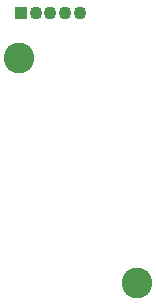
<source format=gbr>
G04 DipTrace 4.3.0.2*
G04 BottomMask.gbr*
%MOIN*%
G04 #@! TF.FileFunction,Soldermask,Bot*
G04 #@! TF.Part,Single*
%ADD36C,0.102362*%
%ADD48C,0.043307*%
%ADD50R,0.043307X0.043307*%
%FSLAX26Y26*%
G04*
G70*
G90*
G75*
G01*
G04 BotMask*
%LPD*%
D36*
X881201Y493701D3*
X487450Y1243701D3*
D50*
X493701Y1393701D3*
D48*
X542913D3*
X592126D3*
X641339D3*
X690551D3*
M02*

</source>
